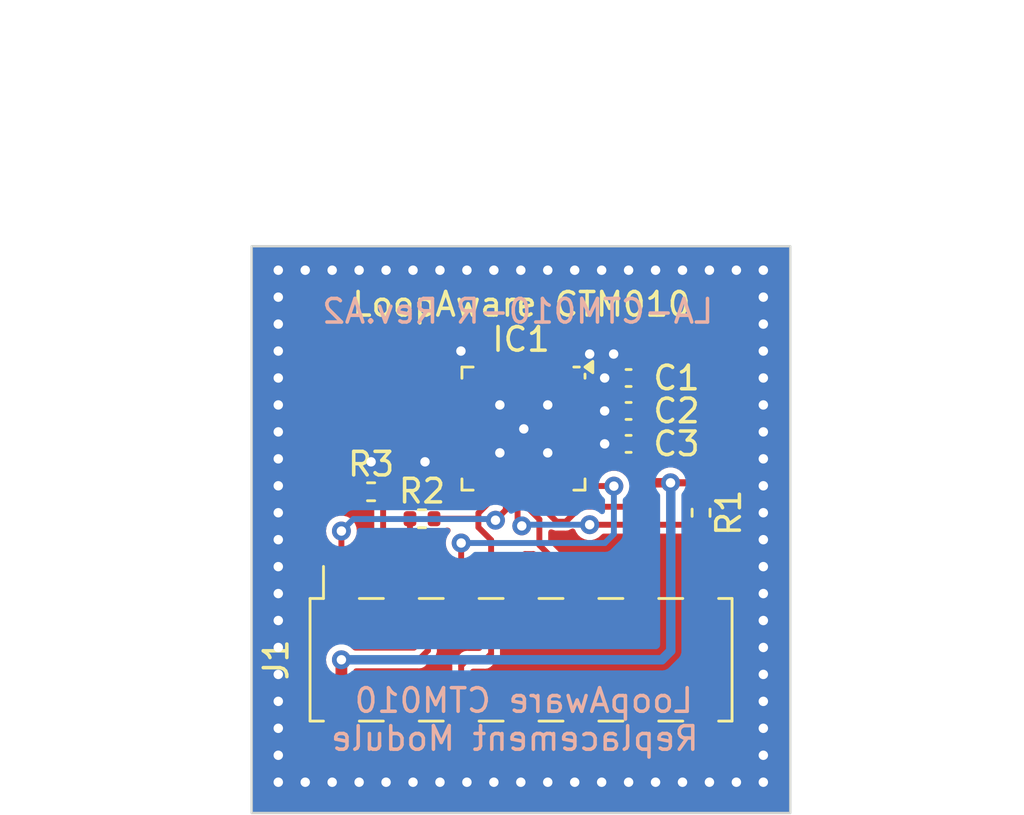
<source format=kicad_pcb>
(kicad_pcb (version 20221018) (generator pcbnew)
  (layers (0 "F.Cu" signal) (31 "B.Cu" signal) (34 "B.Paste" user) (35 "F.Paste" user) (36 "B.SilkS" user "B.Silkscreen") (37 "F.SilkS" user "F.Silkscreen") (38 "B.Mask" user) (39 "F.Mask" user) (44 "Edge.Cuts" user))
  (net 0 "")
  (net 1 "GND")
  (net 2 "IRQ")
  (net 3 "SPI_CLK")
  (net 4 "SPI_MOSI")
  (net 5 "SPI_MISO")
  (net 13 "VDD")
  (net 14 "RESET")
  (net 15 "SPI_CS")
  (footprint "Capacitor_SMD:C_0402_1005Metric" (layer "F.Cu") (at 152.019 90.932 180)
    (fp_text reference "C2" (at -2.032 0) (layer "F.SilkS"))
    (fp_text value "100n")
    (fp_line (start -0.107836 -0.36) (end 0.107836 -0.36) (stroke (width 0.12)) (layer "F.SilkS"))
    (fp_line (start -0.107836 0.36) (end 0.107836 0.36) (stroke (width 0.12)) (layer "F.SilkS"))
    (pad "1" smd roundrect (at -0.48 0 180) (size 0.56 0.62) (layers "F.Cu" "F.Paste" "F.Mask") (net 13 "VDD"))
    (pad "2" smd roundrect (at 0.48 0 180) (size 0.56 0.62) (layers "F.Cu" "F.Paste" "F.Mask") (net 1 "GND"))
  )
  (footprint "Resistor_SMD:R_0402_1005Metric" (layer "F.Cu") (at 143.256 95.504)
    (fp_text reference "R2" (at 0 -1.17) (layer "F.SilkS"))
    (fp_text value "10k")
    (fp_line (start -0.153641 -0.38) (end 0.153641 -0.38) (stroke (width 0.12)) (layer "F.SilkS"))
    (fp_line (start -0.153641 0.38) (end 0.153641 0.38) (stroke (width 0.12)) (layer "F.SilkS"))
    (pad "1" smd roundrect (at -0.51 0) (size 0.54 0.64) (layers "F.Cu" "F.Paste" "F.Mask") (net 13 "VDD"))
    (pad "2" smd roundrect (at 0.51 0) (size 0.54 0.64) (layers "F.Cu" "F.Paste" "F.Mask") (net 2 "IRQ"))
  )
  (footprint "Connector_PinSocket_2.54mm:PinSocket_2x07_P2.54mm_Vertical_SMD" (layer "F.Cu") (at 147.4575 101.487 90)
    (fp_text reference "J1" (at 0 -10.39 90) (layer "F.SilkS"))
    (fp_text value "C84005")
    (fp_line (start -2.6 -8.95) (end -2.6 -8.38) (stroke (width 0.12)) (layer "F.SilkS"))
    (fp_line (start -2.6 -8.95) (end 2.6 -8.95) (stroke (width 0.12)) (layer "F.SilkS"))
    (fp_line (start -2.6 -6.86) (end -2.6 -5.84) (stroke (width 0.12)) (layer "F.SilkS"))
    (fp_line (start -2.6 -4.32) (end -2.6 -3.3) (stroke (width 0.12)) (layer "F.SilkS"))
    (fp_line (start -2.6 -1.78) (end -2.6 -0.76) (stroke (width 0.12)) (layer "F.SilkS"))
    (fp_line (start -2.6 0.76) (end -2.6 1.78) (stroke (width 0.12)) (layer "F.SilkS"))
    (fp_line (start -2.6 3.3) (end -2.6 4.32) (stroke (width 0.12)) (layer "F.SilkS"))
    (fp_line (start -2.6 5.84) (end -2.6 6.86) (stroke (width 0.12)) (layer "F.SilkS"))
    (fp_line (start -2.6 8.38) (end -2.6 8.95) (stroke (width 0.12)) (layer "F.SilkS"))
    (fp_line (start -2.6 8.95) (end 2.6 8.95) (stroke (width 0.12)) (layer "F.SilkS"))
    (fp_line (start 2.6 -8.95) (end 2.6 -8.38) (stroke (width 0.12)) (layer "F.SilkS"))
    (fp_line (start 2.6 -8.38) (end 3.96 -8.38) (stroke (width 0.12)) (layer "F.SilkS"))
    (fp_line (start 2.6 -6.86) (end 2.6 -5.84) (stroke (width 0.12)) (layer "F.SilkS"))
    (fp_line (start 2.6 -4.32) (end 2.6 -3.3) (stroke (width 0.12)) (layer "F.SilkS"))
    (fp_line (start 2.6 -1.78) (end 2.6 -0.76) (stroke (width 0.12)) (layer "F.SilkS"))
    (fp_line (start 2.6 0.76) (end 2.6 1.78) (stroke (width 0.12)) (layer "F.SilkS"))
    (fp_line (start 2.6 3.3) (end 2.6 4.32) (stroke (width 0.12)) (layer "F.SilkS"))
    (fp_line (start 2.6 5.84) (end 2.6 6.86) (stroke (width 0.12)) (layer "F.SilkS"))
    (fp_line (start 2.6 8.38) (end 2.6 8.95) (stroke (width 0.12)) (layer "F.SilkS"))
    (pad "1" smd rect (at 2.52 -7.62 90) (size 3 1) (layers "F.Cu" "F.Paste" "F.Mask") (net 3 "SPI_CLK"))
    (pad "2" smd rect (at -2.52 -7.62 90) (size 3 1) (layers "F.Cu" "F.Paste" "F.Mask") (net 13 "VDD"))
    (pad "3" smd rect (at 2.52 -5.08 90) (size 3 1) (layers "F.Cu" "F.Paste" "F.Mask") (net 14 "RESET"))
    (pad "4" smd rect (at -2.52 -5.08 90) (size 3 1) (layers "F.Cu" "F.Paste" "F.Mask"))
    (pad "5" smd rect (at 2.52 -2.54 90) (size 3 1) (layers "F.Cu" "F.Paste" "F.Mask") (net 5 "SPI_MISO"))
    (pad "6" smd rect (at -2.52 -2.54 90) (size 3 1) (layers "F.Cu" "F.Paste" "F.Mask") (net 2 "IRQ"))
    (pad "7" smd rect (at 2.52 0 90) (size 3 1) (layers "F.Cu" "F.Paste" "F.Mask") (net 4 "SPI_MOSI"))
    (pad "8" smd rect (at -2.52 0 90) (size 3 1) (layers "F.Cu" "F.Paste" "F.Mask"))
    (pad "9" smd rect (at 2.52 2.54 90) (size 3 1) (layers "F.Cu" "F.Paste" "F.Mask"))
    (pad "10" smd rect (at -2.52 2.54 90) (size 3 1) (layers "F.Cu" "F.Paste" "F.Mask"))
    (pad "11" smd rect (at 2.52 5.08 90) (size 3 1) (layers "F.Cu" "F.Paste" "F.Mask"))
    (pad "12" smd rect (at -2.52 5.08 90) (size 3 1) (layers "F.Cu" "F.Paste" "F.Mask") (net 1 "GND"))
    (pad "13" smd rect (at 2.52 7.62 90) (size 3 1) (layers "F.Cu" "F.Paste" "F.Mask") (net 15 "SPI_CS"))
    (pad "14" smd rect (at -2.52 7.62 90) (size 3 1) (layers "F.Cu" "F.Paste" "F.Mask") (net 1 "GND"))
  )
  (footprint "Capacitor_SMD:C_0402_1005Metric" (layer "F.Cu") (at 152.019 92.329 180)
    (fp_text reference "C3" (at -2.032 0) (layer "F.SilkS"))
    (fp_text value "100n")
    (fp_line (start -0.107836 -0.36) (end 0.107836 -0.36) (stroke (width 0.12)) (layer "F.SilkS"))
    (fp_line (start -0.107836 0.36) (end 0.107836 0.36) (stroke (width 0.12)) (layer "F.SilkS"))
    (pad "1" smd roundrect (at -0.48 0 180) (size 0.56 0.62) (layers "F.Cu" "F.Paste" "F.Mask") (net 13 "VDD"))
    (pad "2" smd roundrect (at 0.48 0 180) (size 0.56 0.62) (layers "F.Cu" "F.Paste" "F.Mask") (net 1 "GND"))
  )
  (footprint "Capacitor_SMD:C_0402_1005Metric" (layer "F.Cu") (at 152.019 89.535 180)
    (fp_text reference "C1" (at -2.032 0) (layer "F.SilkS"))
    (fp_text value "1u")
    (fp_line (start -0.107836 -0.36) (end 0.107836 -0.36) (stroke (width 0.12)) (layer "F.SilkS"))
    (fp_line (start -0.107836 0.36) (end 0.107836 0.36) (stroke (width 0.12)) (layer "F.SilkS"))
    (pad "1" smd roundrect (at -0.48 0 180) (size 0.56 0.62) (layers "F.Cu" "F.Paste" "F.Mask") (net 13 "VDD"))
    (pad "2" smd roundrect (at 0.48 0 180) (size 0.56 0.62) (layers "F.Cu" "F.Paste" "F.Mask") (net 1 "GND"))
  )
  (footprint "Resistor_SMD:R_0402_1005Metric" (layer "F.Cu") (at 141.097 94.361)
    (fp_text reference "R3" (at 0 -1.17) (layer "F.SilkS"))
    (fp_text value "10k")
    (fp_line (start -0.153641 -0.38) (end 0.153641 -0.38) (stroke (width 0.12)) (layer "F.SilkS"))
    (fp_line (start -0.153641 0.38) (end 0.153641 0.38) (stroke (width 0.12)) (layer "F.SilkS"))
    (pad "1" smd roundrect (at -0.51 0) (size 0.54 0.64) (layers "F.Cu" "F.Paste" "F.Mask") (net 13 "VDD"))
    (pad "2" smd roundrect (at 0.51 0) (size 0.54 0.64) (layers "F.Cu" "F.Paste" "F.Mask") (net 14 "RESET"))
  )
  (footprint "Package_DFN_QFN:QFN-32-1EP_5x5mm_P0.5mm_EP3.1x3.1mm" (layer "F.Cu") (at 147.56 91.68 -90)
    (fp_text reference "IC1" (at -3.782 0.1025 -180) (layer "F.SilkS"))
    (fp_text value "SLB 9670XQ2.0 FW7.85")
    (fp_line (start -2.61 -2.135) (end -2.61 -2.37) (stroke (width 0.12)) (layer "F.SilkS"))
    (fp_line (start -2.61 2.61) (end -2.61 2.135) (stroke (width 0.12)) (layer "F.SilkS"))
    (fp_line (start -2.135 -2.61) (end -2.31 -2.61) (stroke (width 0.12)) (layer "F.SilkS"))
    (fp_line (start -2.135 2.61) (end -2.61 2.61) (stroke (width 0.12)) (layer "F.SilkS"))
    (fp_line (start 2.135 -2.61) (end 2.61 -2.61) (stroke (width 0.12)) (layer "F.SilkS"))
    (fp_line (start 2.135 2.61) (end 2.61 2.61) (stroke (width 0.12)) (layer "F.SilkS"))
    (fp_line (start 2.61 -2.61) (end 2.61 -2.135) (stroke (width 0.12)) (layer "F.SilkS"))
    (fp_line (start 2.61 2.61) (end 2.61 2.135) (stroke (width 0.12)) (layer "F.SilkS"))
    (fp_poly (pts (xy -2.61 -2.61) (xy -2.85 -2.94) (xy -2.37 -2.94) (xy -2.61 -2.61)) (stroke (width 0.12)) (fill solid) (layer "F.SilkS"))
    (pad "1" smd roundrect (at -2.4375 -1.75 270) (size 0.875 0.25) (layers "F.Cu" "F.Paste" "F.Mask") (net 13 "VDD"))
    (pad "2" smd roundrect (at -2.4375 -1.25 270) (size 0.875 0.25) (layers "F.Cu" "F.Paste" "F.Mask") (net 1 "GND"))
    (pad "3" smd roundrect (at -2.4375 -0.75 270) (size 0.875 0.25) (layers "F.Cu" "F.Paste" "F.Mask"))
    (pad "4" smd roundrect (at -2.4375 -0.25 270) (size 0.875 0.25) (layers "F.Cu" "F.Paste" "F.Mask"))
    (pad "5" smd roundrect (at -2.4375 0.25 270) (size 0.875 0.25) (layers "F.Cu" "F.Paste" "F.Mask"))
    (pad "6" smd roundrect (at -2.4375 0.75 270) (size 0.875 0.25) (layers "F.Cu" "F.Paste" "F.Mask"))
    (pad "7" smd roundrect (at -2.4375 1.25 270) (size 0.875 0.25) (layers "F.Cu" "F.Paste" "F.Mask"))
    (pad "8" smd roundrect (at -2.4375 1.75 270) (size 0.875 0.25) (layers "F.Cu" "F.Paste" "F.Mask") (net 13 "VDD"))
    (pad "9" smd roundrect (at -1.75 2.4375 270) (size 0.25 0.875) (layers "F.Cu" "F.Paste" "F.Mask") (net 1 "GND"))
    (pad "10" smd roundrect (at -1.25 2.4375 270) (size 0.25 0.875) (layers "F.Cu" "F.Paste" "F.Mask"))
    (pad "11" smd roundrect (at -0.75 2.4375 270) (size 0.25 0.875) (layers "F.Cu" "F.Paste" "F.Mask"))
    (pad "12" smd roundrect (at -0.25 2.4375 270) (size 0.25 0.875) (layers "F.Cu" "F.Paste" "F.Mask"))
    (pad "13" smd roundrect (at 0.25 2.4375 270) (size 0.25 0.875) (layers "F.Cu" "F.Paste" "F.Mask"))
    (pad "14" smd roundrect (at 0.75 2.4375 270) (size 0.25 0.875) (layers "F.Cu" "F.Paste" "F.Mask") (net 13 "VDD"))
    (pad "15" smd roundrect (at 1.25 2.4375 270) (size 0.25 0.875) (layers "F.Cu" "F.Paste" "F.Mask"))
    (pad "16" smd roundrect (at 1.75 2.4375 270) (size 0.25 0.875) (layers "F.Cu" "F.Paste" "F.Mask") (net 1 "GND"))
    (pad "17" smd roundrect (at 2.4375 1.75 270) (size 0.875 0.25) (layers "F.Cu" "F.Paste" "F.Mask") (net 14 "RESET"))
    (pad "18" smd roundrect (at 2.4375 1.25 270) (size 0.875 0.25) (layers "F.Cu" "F.Paste" "F.Mask") (net 2 "IRQ"))
    (pad "19" smd roundrect (at 2.4375 0.75 270) (size 0.875 0.25) (layers "F.Cu" "F.Paste" "F.Mask") (net 3 "SPI_CLK"))
    (pad "20" smd roundrect (at 2.4375 0.25 270) (size 0.875 0.25) (layers "F.Cu" "F.Paste" "F.Mask") (net 15 "SPI_CS"))
    (pad "21" smd roundrect (at 2.4375 -0.25 270) (size 0.875 0.25) (layers "F.Cu" "F.Paste" "F.Mask") (net 4 "SPI_MOSI"))
    (pad "22" smd roundrect (at 2.4375 -0.75 270) (size 0.875 0.25) (layers "F.Cu" "F.Paste" "F.Mask") (net 13 "VDD"))
    (pad "23" smd roundrect (at 2.4375 -1.25 270) (size 0.875 0.25) (layers "F.Cu" "F.Paste" "F.Mask") (net 1 "GND"))
    (pad "24" smd roundrect (at 2.4375 -1.75 270) (size 0.875 0.25) (layers "F.Cu" "F.Paste" "F.Mask") (net 5 "SPI_MISO"))
    (pad "25" smd roundrect (at 1.75 -2.4375 270) (size 0.25 0.875) (layers "F.Cu" "F.Paste" "F.Mask"))
    (pad "26" smd roundrect (at 1.25 -2.4375 270) (size 0.25 0.875) (layers "F.Cu" "F.Paste" "F.Mask"))
    (pad "27" smd roundrect (at 0.75 -2.4375 270) (size 0.25 0.875) (layers "F.Cu" "F.Paste" "F.Mask"))
    (pad "28" smd roundrect (at 0.25 -2.4375 270) (size 0.25 0.875) (layers "F.Cu" "F.Paste" "F.Mask"))
    (pad "29" smd roundrect (at -0.25 -2.4375 270) (size 0.25 0.875) (layers "F.Cu" "F.Paste" "F.Mask"))
    (pad "30" smd roundrect (at -0.75 -2.4375 270) (size 0.25 0.875) (layers "F.Cu" "F.Paste" "F.Mask"))
    (pad "31" smd roundrect (at -1.25 -2.4375 270) (size 0.25 0.875) (layers "F.Cu" "F.Paste" "F.Mask"))
    (pad "32" smd roundrect (at -1.75 -2.4375 270) (size 0.25 0.875) (layers "F.Cu" "F.Paste" "F.Mask") (net 1 "GND"))
    (pad "33" smd rect (at 0 0 270) (size 3.1 3.1) (property pad_prop_heatsink) (layers "F.Cu" "F.Mask") (net 1 "GND"))
  )
  (footprint "Resistor_SMD:R_0402_1005Metric" (layer "F.Cu") (at 155.0924 95.25 -90)
    (fp_text reference "R1" (at 0 -1.17 90) (layer "F.SilkS"))
    (fp_text value "10k")
    (fp_line (start -0.153641 -0.38) (end 0.153641 -0.38) (stroke (width 0.12)) (layer "F.SilkS"))
    (fp_line (start -0.153641 0.38) (end 0.153641 0.38) (stroke (width 0.12)) (layer "F.SilkS"))
    (pad "1" smd roundrect (at -0.51 0 270) (size 0.54 0.64) (layers "F.Cu" "F.Paste" "F.Mask") (net 13 "VDD"))
    (pad "2" smd roundrect (at 0.51 0 270) (size 0.54 0.64) (layers "F.Cu" "F.Paste" "F.Mask") (net 15 "SPI_CS"))
  )
  (gr_rect (start 136.0315 83.947) (end 158.877 107.986) (stroke (width 0.1)) (fill none) (layer "Edge.Cuts"))
  (gr_text "LA-CTM010-R Rev.A2\n\n" (at 155.702 88.9) (layer "B.SilkS") (effects (font (size 1 1)) (justify left bottom mirror)))
  (gr_text "LoopAware CTM010 \nReplacement Module" (at 147.193 105.41) (layer "B.SilkS") (effects (font (size 1 1)) (justify bottom mirror)))
  (gr_text "LoopAware CTM010" (at 140.208 86.995) (layer "F.SilkS") (effects (font (size 1 1)) (justify left bottom)))
  (via (at 157.734 84.963) (size 0.8) (drill 0.4) (layers "F.Cu" "B.Cu") (net 1))
  (via (at 147.574 91.694) (size 0.8) (drill 0.4) (layers "F.Cu" "B.Cu") (net 1))
  (via (at 157.734 95.25) (size 0.8) (drill 0.4) (layers "F.Cu" "B.Cu") (net 1))
  (via (at 157.734 96.393) (size 0.8) (drill 0.4) (layers "F.Cu" "B.Cu") (net 1))
  (via (at 149.733 84.963) (size 0.8) (drill 0.4) (layers "F.Cu" "B.Cu") (net 1))
  (via (at 148.59 92.71) (size 1) (drill 0.4) (layers "F.Cu" "B.Cu") (net 1))
  (via (at 144.018 84.963) (size 0.8) (drill 0.4) (layers "F.Cu" "B.Cu") (net 1))
  (via (at 151.384 88.519) (size 0.8) (drill 0.4) (layers "F.Cu" "B.Cu") (net 1))
  (via (at 138.303 84.963) (size 0.8) (drill 0.4) (layers "F.Cu" "B.Cu") (net 1))
  (via (at 153.162 106.68) (size 0.8) (drill 0.4) (layers "F.Cu" "B.Cu") (net 1))
  (via (at 146.558 92.71) (size 0.8) (drill 0.4) (layers "F.Cu" "B.Cu") (net 1))
  (via (at 137.16 91.821) (size 0.8) (drill 0.4) (layers "F.Cu" "B.Cu") (net 1))
  (via (at 140.589 84.963) (size 0.8) (drill 0.4) (layers "F.Cu" "B.Cu") (net 1))
  (via (at 157.734 105.537) (size 0.8) (drill 0.4) (layers "F.Cu" "B.Cu") (net 1))
  (via (at 146.558 90.678) (size 1) (drill 0.4) (layers "F.Cu" "B.Cu") (net 1))
  (via (at 137.16 92.964) (size 0.8) (drill 0.4) (layers "F.Cu" "B.Cu") (net 1))
  (via (at 137.16 99.822) (size 0.8) (drill 0.4) (layers "F.Cu" "B.Cu") (net 1))
  (via (at 137.16 96.393) (size 0.8) (drill 0.4) (layers "F.Cu" "B.Cu") (net 1))
  (via (at 139.446 84.963) (size 0.8) (drill 0.4) (layers "F.Cu" "B.Cu") (net 1))
  (via (at 145.161 84.963) (size 0.8) (drill 0.4) (layers "F.Cu" "B.Cu") (net 1))
  (via (at 157.734 92.964) (size 0.8) (drill 0.4) (layers "F.Cu" "B.Cu") (net 1))
  (via (at 157.734 103.251) (size 0.8) (drill 0.4) (layers "F.Cu" "B.Cu") (net 1))
  (via (at 157.734 88.392) (size 0.8) (drill 0.4) (layers "F.Cu" "B.Cu") (net 1))
  (via (at 142.875 84.963) (size 0.8) (drill 0.4) (layers "F.Cu" "B.Cu") (net 1))
  (via (at 141.732 84.963) (size 0.8) (drill 0.4) (layers "F.Cu" "B.Cu") (net 1))
  (via (at 148.59 84.963) (size 0.8) (drill 0.4) (layers "F.Cu" "B.Cu") (net 1))
  (via (at 157.734 91.821) (size 0.8) (drill 0.4) (layers "F.Cu" "B.Cu") (net 1))
  (via (at 137.16 86.106) (size 0.8) (drill 0.4) (layers "F.Cu" "B.Cu") (net 1))
  (via (at 145.161 106.68) (size 0.8) (drill 0.4) (layers "F.Cu" "B.Cu") (net 1))
  (via (at 157.734 89.535) (size 0.8) (drill 0.4) (layers "F.Cu" "B.Cu") (net 1))
  (via (at 154.305 84.963) (size 0.8) (drill 0.4) (layers "F.Cu" "B.Cu") (net 1))
  (via (at 143.383 93.091) (size 0.8) (drill 0.4) (layers "F.Cu" "B.Cu") (net 1))
  (via (at 157.734 100.965) (size 0.8) (drill 0.4) (layers "F.Cu" "B.Cu") (net 1))
  (via (at 156.591 84.963) (size 0.8) (drill 0.4) (layers "F.Cu" "B.Cu") (net 1))
  (via (at 137.16 105.537) (size 0.8) (drill 0.4) (layers "F.Cu" "B.Cu") (net 1))
  (via (at 146.304 84.963) (size 0.8) (drill 0.4) (layers "F.Cu" "B.Cu") (net 1))
  (via (at 152.019 106.68) (size 0.8) (drill 0.4) (layers "F.Cu" "B.Cu") (net 1))
  (via (at 137.16 97.536) (size 0.8) (drill 0.4) (layers "F.Cu" "B.Cu") (net 1))
  (via (at 157.734 99.822) (size 0.8) (drill 0.4) (layers "F.Cu" "B.Cu") (net 1))
  (via (at 154.305 106.68) (size 0.8) (drill 0.4) (layers "F.Cu" "B.Cu") (net 1))
  (via (at 140.589 106.68) (size 0.8) (drill 0.4) (layers "F.Cu" "B.Cu") (net 1))
  (via (at 151.003 89.535) (size 0.8) (drill 0.4) (layers "F.Cu" "B.Cu") (net 1))
  (via (at 137.16 98.679) (size 0.8) (drill 0.4) (layers "F.Cu" "B.Cu") (net 1))
  (via (at 137.16 87.249) (size 0.8) (drill 0.4) (layers "F.Cu" "B.Cu") (net 1))
  (via (at 157.734 104.394) (size 0.8) (drill 0.4) (layers "F.Cu" "B.Cu") (net 1))
  (via (at 157.734 98.679) (size 0.8) (drill 0.4) (layers "F.Cu" "B.Cu") (net 1))
  (via (at 152.019 84.963) (size 0.8) (drill 0.4) (layers "F.Cu" "B.Cu") (net 1))
  (via (at 137.16 89.535) (size 0.8) (drill 0.4) (layers "F.Cu" "B.Cu") (net 1))
  (via (at 137.16 102.108) (size 0.8) (drill 0.4) (layers "F.Cu" "B.Cu") (net 1))
  (via (at 155.448 106.68) (size 0.8) (drill 0.4) (layers "F.Cu" "B.Cu") (net 1))
  (via (at 141.097 93.091) (size 0.8) (drill 0.4) (layers "F.Cu" "B.Cu") (net 1))
  (via (at 157.734 90.678) (size 0.8) (drill 0.4) (layers "F.Cu" "B.Cu") (net 1))
  (via (at 147.447 106.68) (size 0.8) (drill 0.4) (layers "F.Cu" "B.Cu") (net 1))
  (via (at 148.59 106.68) (size 0.8) (drill 0.4) (layers "F.Cu" "B.Cu") (net 1))
  (via (at 137.16 106.68) (size 0.8) (drill 0.4) (layers "F.Cu" "B.Cu") (net 1))
  (via (at 146.304 106.68) (size 0.8) (drill 0.4) (layers "F.Cu" "B.Cu") (net 1))
  (via (at 142.875 106.68) (size 0.8) (drill 0.4) (layers "F.Cu" "B.Cu") (net 1))
  (via (at 153.162 84.963) (size 0.8) (drill 0.4) (layers "F.Cu" "B.Cu") (net 1))
  (via (at 137.16 88.392) (size 0.8) (drill 0.4) (layers "F.Cu" "B.Cu") (net 1))
  (via (at 157.734 102.108) (size 0.8) (drill 0.4) (layers "F.Cu" "B.Cu") (net 1))
  (via (at 148.59 90.678) (size 0.8) (drill 0.4) (layers "F.Cu" "B.Cu") (net 1))
  (via (at 147.447 84.963) (size 0.8) (drill 0.4) (layers "F.Cu" "B.Cu") (net 1))
  (via (at 137.16 103.251) (size 0.8) (drill 0.4) (layers "F.Cu" "B.Cu") (net 1))
  (via (at 157.734 94.107) (size 0.8) (drill 0.4) (layers "F.Cu" "B.Cu") (net 1))
  (via (at 150.368 88.519) (size 0.8) (drill 0.4) (layers "F.Cu" "B.Cu") (net 1))
  (via (at 150.876 84.963) (size 0.8) (drill 0.4) (layers "F.Cu" "B.Cu") (net 1))
  (via (at 144.018 106.68) (size 0.8) (drill 0.4) (layers "F.Cu" "B.Cu") (net 1))
  (via (at 141.732 106.68) (size 0.8) (drill 0.4) (layers "F.Cu" "B.Cu") (net 1))
  (via (at 157.734 106.68) (size 0.8) (drill 0.4) (layers "F.Cu" "B.Cu") (net 1))
  (via (at 139.446 106.68) (size 0.8) (drill 0.4) (layers "F.Cu" "B.Cu") (net 1))
  (via (at 157.734 87.249) (size 0.8) (drill 0.4) (layers "F.Cu" "B.Cu") (net 1))
  (via (at 155.448 84.963) (size 0.8) (drill 0.4) (layers "F.Cu" "B.Cu") (net 1))
  (via (at 138.303 106.68) (size 0.8) (drill 0.4) (layers "F.Cu" "B.Cu") (net 1))
  (via (at 151.003 92.329) (size 0.8) (drill 0.4) (layers "F.Cu" "B.Cu") (net 1))
  (via (at 150.876 106.68) (size 0.8) (drill 0.4) (layers "F.Cu" "B.Cu") (net 1))
  (via (at 156.591 106.68) (size 0.8) (drill 0.4) (layers "F.Cu" "B.Cu") (net 1))
  (via (at 149.733 106.68) (size 0.8) (drill 0.4) (layers "F.Cu" "B.Cu") (net 1))
  (via (at 151.003 90.932) (size 0.8) (drill 0.4) (layers "F.Cu" "B.Cu") (net 1))
  (via (at 137.16 95.25) (size 0.8) (drill 0.4) (layers "F.Cu" "B.Cu") (net 1))
  (via (at 137.16 84.963) (size 0.8) (drill 0.4) (layers "F.Cu" "B.Cu") (net 1))
  (via (at 157.734 97.536) (size 0.8) (drill 0.4) (layers "F.Cu" "B.Cu") (net 1))
  (via (at 137.16 104.394) (size 0.8) (drill 0.4) (layers "F.Cu" "B.Cu") (net 1))
  (via (at 137.16 90.678) (size 0.8) (drill 0.4) (layers "F.Cu" "B.Cu") (net 1))
  (via (at 144.907 88.392) (size 0.8) (drill 0.4) (layers "F.Cu" "B.Cu") (net 1))
  (via (at 137.16 94.107) (size 0.8) (drill 0.4) (layers "F.Cu" "B.Cu") (net 1))
  (via (at 137.16 100.965) (size 0.8) (drill 0.4) (layers "F.Cu" "B.Cu") (net 1))
  (via (at 157.734 86.106) (size 0.8) (drill 0.4) (layers "F.Cu" "B.Cu") (net 1))
  (segment (start 146.31 94.1175) (end 146.31 94.60474) (width 0.25) (layer "F.Cu") (net 2))
  (segment (start 144.9175 101.741) (end 144.9175 104.007) (width 0.25) (layer "F.Cu") (net 2))
  (segment (start 143.766 95.504) (end 145.647926 95.504) (width 0.25) (layer "F.Cu") (net 2))
  (segment (start 146.1875 101.233) (end 145.9335 101.487) (width 0.25) (layer "F.Cu") (net 2))
  (segment (start 145.647926 95.867426) (end 146.1875 96.407) (width 0.25) (layer "F.Cu") (net 2))
  (segment (start 145.647926 95.266815) (end 145.647926 95.504) (width 0.25) (layer "F.Cu") (net 2))
  (segment (start 146.1875 96.407) (end 146.1875 101.233) (width 0.25) (layer "F.Cu") (net 2))
  (segment (start 145.9335 101.487) (end 145.1715 101.487) (width 0.25) (layer "F.Cu") (net 2))
  (segment (start 145.647926 95.504) (end 145.647926 95.867426) (width 0.25) (layer "F.Cu") (net 2))
  (segment (start 146.31 94.60474) (end 145.647926 95.266815) (width 0.25) (layer "F.Cu") (net 2))
  (segment (start 145.1715 101.487) (end 144.9175 101.741) (width 0.25) (layer "F.Cu") (net 2))
  (segment (start 139.8375 96.026) (end 139.8375 98.967) (width 0.25) (layer "F.Cu") (net 3))
  (segment (start 146.81 95.130046) (end 146.81 94.1175) (width 0.25) (layer "F.Cu") (net 3))
  (segment (start 146.372926 95.56712) (end 146.81 95.130046) (width 0.25) (layer "F.Cu") (net 3))
  (via (at 146.372926 95.56712) (size 0.8) (drill 0.4) (layers "F.Cu" "B.Cu") (net 3))
  (via (at 139.8375 96.026) (size 0.8) (drill 0.4) (layers "F.Cu" "B.Cu") (net 3))
  (segment (start 146.372926 95.56712) (end 146.323806 95.518) (width 0.25) (layer "B.Cu") (net 3))
  (segment (start 140.3455 95.518) (end 139.8375 96.026) (width 0.25) (layer "B.Cu") (net 3))
  (segment (start 146.323806 95.518) (end 140.3455 95.518) (width 0.25) (layer "B.Cu") (net 3))
  (segment (start 148.2344 96.6216) (end 149.0218 97.409) (width 0.25) (layer "F.Cu") (net 4))
  (segment (start 147.81 95.106187) (end 148.2344 95.530587) (width 0.25) (layer "F.Cu") (net 4))
  (segment (start 149.0218 100.3808) (end 148.8694 100.5332) (width 0.25) (layer "F.Cu") (net 4))
  (segment (start 148.8694 100.5332) (end 148.59 100.5332) (width 0.25) (layer "F.Cu") (net 4))
  (segment (start 149.0218 97.409) (end 149.0218 100.3808) (width 0.25) (layer "F.Cu") (net 4))
  (segment (start 147.9804 97.0026) (end 147.6248 97.0026) (width 0.25) (layer "F.Cu") (net 4))
  (segment (start 147.6248 97.0026) (end 147.447 97.1804) (width 0.25) (layer "F.Cu") (net 4))
  (segment (start 147.447 97.1804) (end 147.4575 97.1909) (width 0.25) (layer "F.Cu") (net 4))
  (segment (start 148.3868 100.33) (end 148.3868 97.409) (width 0.25) (layer "F.Cu") (net 4))
  (segment (start 148.59 100.5332) (end 148.3868 100.33) (width 0.25) (layer "F.Cu") (net 4))
  (segment (start 148.2344 95.530587) (end 148.2344 96.6216) (width 0.25) (layer "F.Cu") (net 4))
  (segment (start 147.81 94.1175) (end 147.81 95.106187) (width 0.25) (layer "F.Cu") (net 4))
  (segment (start 148.3868 97.409) (end 147.9804 97.0026) (width 0.25) (layer "F.Cu") (net 4))
  (segment (start 147.4575 97.1909) (end 147.4575 98.967) (width 0.25) (layer "F.Cu") (net 4))
  (segment (start 144.9175 96.534) (end 144.9175 98.967) (width 0.25) (layer "F.Cu") (net 5))
  (segment (start 151.391 94.1175) (end 151.3945 94.121) (width 0.25) (layer "F.Cu") (net 5))
  (segment (start 149.31 94.1175) (end 151.391 94.1175) (width 0.25) (layer "F.Cu") (net 5))
  (via (at 151.3945 94.121) (size 0.8) (drill 0.4) (layers "F.Cu" "B.Cu") (net 5))
  (via (at 144.9175 96.534) (size 0.8) (drill 0.4) (layers "F.Cu" "B.Cu") (net 5))
  (segment (start 151.0135 96.534) (end 144.9175 96.534) (width 0.25) (layer "B.Cu") (net 5))
  (segment (start 151.3945 94.121) (end 151.3945 96.153) (width 0.25) (layer "B.Cu") (net 5))
  (segment (start 151.3945 96.153) (end 151.0135 96.534) (width 0.25) (layer "B.Cu") (net 5))
  (segment (start 144.018 92.075) (end 144.373 92.43) (width 0.3) (layer "F.Cu") (net 13))
  (segment (start 143.51 101.092) (end 143.129 101.473) (width 0.25) (layer "F.Cu") (net 13))
  (segment (start 139.573 92.329) (end 139.827 92.075) (width 0.25) (layer "F.Cu") (net 13))
  (segment (start 139.8515 101.473) (end 139.8375 101.487) (width 0.25) (layer "F.Cu") (net 13))
  (segment (start 149.31 89.2425) (end 149.31 87.559) (width 0.3) (layer "F.Cu") (net 13))
  (segment (start 139.8235 101.473) (end 139.8375 101.487) (width 0.25) (layer "F.Cu") (net 13))
  (segment (start 139.827 92.075) (end 144.018 92.075) (width 0.25) (layer "F.Cu") (net 13))
  (segment (start 143.129 101.473) (end 139.8515 101.473) (width 0.25) (layer "F.Cu") (net 13))
  (segment (start 144.018 87.884) (end 144.018 92.075) (width 0.3) (layer "F.Cu") (net 13))
  (segment (start 152.499 93.98) (end 152.499 92.329) (width 0.3) (layer "F.Cu") (net 13))
  (segment (start 146.1875 87.517) (end 149.352 87.517) (width 0.3) (layer "F.Cu") (net 13))
  (segment (start 140.587 94.361) (end 139.827 94.361) (width 0.25) (layer "F.Cu") (net 13))
  (segment (start 152.499 93.98) (end 152.499 94.516) (width 0.25) (layer "F.Cu") (net 13))
  (segment (start 151.822 87.517) (end 151.836 87.503) (width 0.25) (layer "F.Cu") (net 13))
  (segment (start 142.746 95.504) (end 142.746 96.01) (width 0.25) (layer "F.Cu") (net 13))
  (segment (start 144.399 87.503) (end 145.4115 87.503) (width 0.3) (layer "F.Cu") (net 13))
  (segment (start 152.499 89.535) (end 152.499 90.932) (width 0.3) (layer "F.Cu") (net 13))
  (segment (start 151.836 87.503) (end 152.499 88.166) (width 0.3) (layer "F.Cu") (net 13))
  (segment (start 152.499 90.932) (end 152.499 92.329) (width 0.3) (layer "F.Cu") (net 13))
  (segment (start 152.499 94.516) (end 152.019 94.996) (width 0.25) (layer "F.Cu") (net 13))
  (segment (start 152.019 94.996) (end 149.987 94.996) (width 0.25) (layer "F.Cu") (net 13))
  (segment (start 153.797 93.98) (end 152.499 93.98) (width 0.4) (layer "F.Cu") (net 13))
  (segment (start 139.573 94.107) (end 139.573 92.329) (width 0.25) (layer "F.Cu") (net 13))
  (segment (start 155.0924 94.74) (end 155.0924 94.1324) (width 0.3) (layer "F.Cu") (net 13))
  (segment (start 154.94 93.98) (end 153.797 93.98) (width 0.3) (layer "F.Cu") (net 13))
  (segment (start 145.8065 87.898) (end 145.4255 87.517) (width 0.3) (layer "F.Cu") (net 13))
  (segment (start 149.987 94.996) (end 149.352 95.631) (width 0.25) (layer "F.Cu") (net 13))
  (segment (start 143.51 96.774) (end 143.51 101.092) (width 0.25) (layer "F.Cu") (net 13))
  (segment (start 144.373 92.43) (end 145.1225 92.43) (width 0.3) (layer "F.Cu") (net 13))
  (segment (start 145.81 87.9015) (end 145.81 89.2425) (width 0.3) (layer "F.Cu") (net 13))
  (segment (start 149.352 87.517) (end 151.822 87.517) (width 0.3) (layer "F.Cu") (net 13))
  (segment (start 148.971 95.631) (end 148.31 94.97) (width 0.25) (layer "F.Cu") (net 13))
  (segment (start 145.4115 87.503) (end 145.4255 87.517) (width 0.3) (layer "F.Cu") (net 13))
  (segment (start 139.827 94.361) (end 139.573 94.107) (width 0.25) (layer "F.Cu") (net 13))
  (segment (start 155.0924 94.1324) (end 154.94 93.98) (width 0.3) (layer "F.Cu") (net 13))
  (segment (start 149.352 95.631) (end 148.971 95.631) (width 0.25) (layer "F.Cu") (net 13))
  (segment (start 148.31 94.97) (end 148.31 94.1175) (width 0.25) (layer "F.Cu") (net 13))
  (segment (start 144.018 87.884) (end 144.399 87.503) (width 0.3) (layer "F.Cu") (net 13))
  (segment (start 139.8375 101.487) (end 139.8375 104.007) (width 0.5) (layer "F.Cu") (net 13))
  (segment (start 146.1875 87.517) (end 145.8065 87.898) (width 0.3) (layer "F.Cu") (net 13))
  (segment (start 152.499 88.166) (end 152.499 89.535) (width 0.3) (layer "F.Cu") (net 13))
  (segment (start 142.746 96.01) (end 143.51 96.774) (width 0.25) (layer "F.Cu") (net 13))
  (via (at 139.8375 101.487) (size 0.8) (drill 0.4) (layers "F.Cu" "B.Cu") (net 13))
  (via (at 153.797 93.98) (size 0.8) (drill 0.4) (layers "F.Cu" "B.Cu") (net 13))
  (segment (start 153.8075 93.9905) (end 153.797 93.98) (width 0.25) (layer "B.Cu") (net 13))
  (segment (start 139.8375 101.487) (end 153.4265 101.487) (width 0.4) (layer "B.Cu") (net 13))
  (segment (start 153.4265 101.487) (end 153.8075 101.106) (width 0.4) (layer "B.Cu") (net 13))
  (segment (start 153.8075 101.106) (end 153.8075 93.9905) (width 0.4) (layer "B.Cu") (net 13))
  (segment (start 142.3775 97.1655) (end 141.605 96.393) (width 0.25) (layer "F.Cu") (net 14))
  (segment (start 142.3775 98.967) (end 142.3775 97.1655) (width 0.25) (layer "F.Cu") (net 14))
  (segment (start 141.8715 94.1175) (end 141.861 94.107) (width 0.25) (layer "F.Cu") (net 14))
  (segment (start 141.605 96.393) (end 141.607 96.391) (width 0.25) (layer "F.Cu") (net 14))
  (segment (start 141.607 94.361) (end 141.861 94.107) (width 0.25) (layer "F.Cu") (net 14))
  (segment (start 141.607 96.391) (end 141.607 94.361) (width 0.25) (layer "F.Cu") (net 14))
  (segment (start 145.81 94.1175) (end 141.8715 94.1175) (width 0.25) (layer "F.Cu") (net 14))
  (segment (start 147.31 94.1175) (end 147.31 95.631492) (width 0.25) (layer "F.Cu") (net 15))
  (segment (start 155.0775 98.967) (end 155.0775 95.7749) (width 0.25) (layer "F.Cu") (net 15))
  (segment (start 155.0775 95.7749) (end 155.0924 95.76) (width 0.25) (layer "F.Cu") (net 15))
  (segment (start 147.31 95.631492) (end 147.487508 95.809) (width 0.25) (layer "F.Cu") (net 15))
  (segment (start 150.37 95.76) (end 150.368 95.758) (width 0.25) (layer "F.Cu") (net 15))
  (segment (start 155.0924 95.76) (end 150.37 95.76) (width 0.25) (layer "F.Cu") (net 15))
  (via (at 147.487508 95.809) (size 0.8) (drill 0.4) (layers "F.Cu" "B.Cu") (net 15))
  (via (at 150.368 95.758) (size 0.8) (drill 0.4) (layers "F.Cu" "B.Cu") (net 15))
  (segment (start 147.538508 95.758) (end 147.487508 95.809) (width 0.25) (layer "B.Cu") (net 15))
  (segment (start 150.368 95.758) (end 147.538508 95.758) (width 0.25) (layer "B.Cu") (net 15))
  (zone (net 1) (net_name "GND") (layers "F&B.Cu") (name "Groundplane") (connect_pads (clearance 0.25)) (min_thickness 0.25) (fill yes (thermal_gap 0.5) (thermal_bridge_width 0.5) (smoothing chamfer))
    (polygon (pts (xy 136.017 83.82) (xy 159.004 83.82) (xy 159.004 108.077) (xy 136.017 108.077)))
  )
)
</source>
